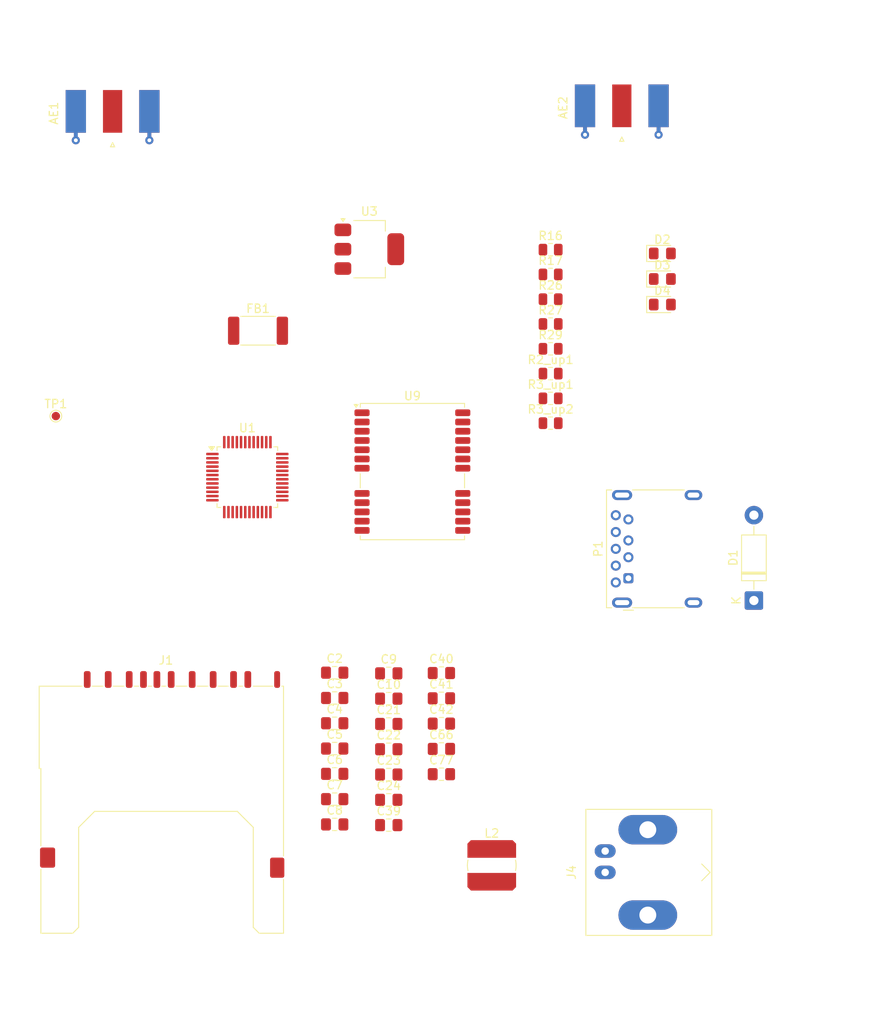
<source format=kicad_pcb>
(kicad_pcb (version 20241229) (generator "pcbnew") (generator_version "9.0")
  (layers (0 "F.Cu" signal) (2 "B.Cu" signal) (13 "F.Paste" user) (15 "B.Paste" user) (5 "F.SilkS" user "F.Silkscreen") (7 "B.SilkS" user "B.Silkscreen") (1 "F.Mask" user) (3 "B.Mask" user) (25 "Edge.Cuts" user))
  (net 0 "")
  (net 1 "+5V")
  (net 2 "Net-(D1-A)")
  (net 3 "USART2_LoRa1_M0")
  (net 6 "3.3V")
  (net 7 "USART2_LoRa1_NRST")
  (net 8 "USART1_GPS_RX")
  (net 14 "USART2_LoRa1_TX")
  (net 15 "USART2_LoRa1_M1")
  (net 18 "SPI1_LoRa2_MISO")
  (net 21 "SPI1_LoRa2_CS")
  (net 25 "Net-(U1-VDDA)")
  (net 26 "USB_DX_D-")
  (net 28 "USART1_GPS_RESET")
  (net 29 "SPI2_SDcard_MOSI")
  (net 30 "SPI2_SDcard_MISO")
  (net 34 "USB_DP_D+")
  (net 37 "SPI2_SDcard_CS")
  (net 38 "SPI1_LoRa2_MOSI")
  (net 39 "USART1_GPS_TX")
  (net 40 "USART2_LoRa1_RX")
  (net 43 "USART2_LoRa1_AUX")
  (net 44 "SPI1_LoRa2_SCK")
  (net 46 "SPI2_SDcard_SCK")
  (net 48 "GND")
  (net 49 "Net-(AE1-A)")
  (net 50 "Net-(AE2-A)")
  (net 51 "Net-(C41-Pad1)")
  (net 52 "Net-(U9-RF_IN)")
  (net 53 "Net-(D2-A)")
  (net 54 "Net-(D3-A)")
  (net 55 "Net-(D4-A)")
  (net 60 "Net-(J4-In)")
  (net 61 "Net-(P1-CC)")
  (net 62 "Net-(U9-TIMEPULSE)")
  (net 63 "Net-(U9-VCC_RF)")
  (net 64 "Net-(U9-SAFEBOOT_N)")
  (footprint "Capacitor_SMD:C_0805_2012Metric_Pad1.18x1.45mm_HandSolder" (layer "F.Cu") (at 164.4804 116.4272)
    (property "Reference" "C5" (at 0 -1.68 0) (layer "F.SilkS"))
    (property "Value" "0.1uF")
    (fp_line (start -0.261252 -0.735) (end 0.261252 -0.735) (stroke (width 0.12)) (layer "F.SilkS"))
    (fp_line (start -0.261252 0.735) (end 0.261252 0.735) (stroke (width 0.12)) (layer "F.SilkS"))
    (pad "1" smd roundrect (at -1.0375 0) (size 1.175 1.45) (layers "F.Cu" "F.Mask" "F.Paste") (roundrect_rratio 0.212766) (net 7 "USART2_LoRa1_NRST"))
    (pad "2" smd roundrect (at 1.0375 0) (size 1.175 1.45) (layers "F.Cu" "F.Mask" "F.Paste") (roundrect_rratio 0.212766) (net 48 "GND"))
  )
  (footprint "LED_SMD:LED_0805_2012Metric_Pad1.15x1.40mm_HandSolder" (layer "F.Cu") (at 203.5048 60.5456)
    (property "Reference" "D3" (at 0 -1.65 0) (layer "F.SilkS"))
    (property "Value" "B_3V3")
    (fp_line (start -1.86 -0.96) (end -1.86 0.96) (stroke (width 0.12)) (layer "F.SilkS"))
    (fp_line (start -1.86 0.96) (end 1 0.96) (stroke (width 0.12)) (layer "F.SilkS"))
    (fp_line (start 1 -0.96) (end -1.86 -0.96) (stroke (width 0.12)) (layer "F.SilkS"))
    (pad "1" smd roundrect (at -1.025 0) (size 1.15 1.4) (layers "F.Cu" "F.Mask" "F.Paste") (roundrect_rratio 0.217391) (net 48 "GND"))
    (pad "2" smd roundrect (at 1.025 0) (size 1.15 1.4) (layers "F.Cu" "F.Mask" "F.Paste") (roundrect_rratio 0.217391) (net 54 "Net-(D3-A)"))
  )
  (footprint "LED_SMD:LED_0805_2012Metric_Pad1.15x1.40mm_HandSolder" (layer "F.Cu") (at 203.5048 57.5056)
    (property "Reference" "D2" (at 0 -1.65 0) (layer "F.SilkS"))
    (property "Value" "G_5V")
    (fp_line (start -1.86 -0.96) (end -1.86 0.96) (stroke (width 0.12)) (layer "F.SilkS"))
    (fp_line (start -1.86 0.96) (end 1 0.96) (stroke (width 0.12)) (layer "F.SilkS"))
    (fp_line (start 1 -0.96) (end -1.86 -0.96) (stroke (width 0.12)) (layer "F.SilkS"))
    (pad "1" smd roundrect (at -1.025 0) (size 1.15 1.4) (layers "F.Cu" "F.Mask" "F.Paste") (roundrect_rratio 0.217391) (net 48 "GND"))
    (pad "2" smd roundrect (at 1.025 0) (size 1.15 1.4) (layers "F.Cu" "F.Mask" "F.Paste") (roundrect_rratio 0.217391) (net 53 "Net-(D2-A)"))
  )
  (footprint "RF_GPS:ublox_NEO" (layer "F.Cu") (at 173.736 83.4644)
    (property "Reference" "U9" (at 0 -9 0) (layer "F.SilkS"))
    (property "Value" "NEO-M9N-00B")
    (fp_line (start -6.21 -8.11) (end -6.21 -7.66) (stroke (width 0.12)) (layer "F.SilkS"))
    (fp_line (start -6.21 -8.11) (end 6.21 -8.11) (stroke (width 0.12)) (layer "F.SilkS"))
    (fp_line (start -6.21 0.26) (end -6.21 1.94) (stroke (width 0.12)) (layer "F.SilkS"))
    (fp_line (start -6.21 7.66) (end -6.21 8.11) (stroke (width 0.12)) (layer "F.SilkS"))
    (fp_line (start -6.21 8.11) (end 6.21 8.11) (stroke (width 0.12)) (layer "F.SilkS"))
    (fp_line (start 6.21 -8.11) (end 6.21 -7.66) (stroke (width 0.12)) (layer "F.SilkS"))
    (fp_line (start 6.21 0.26) (end 6.21 1.94) (stroke (width 0.12)) (layer "F.SilkS"))
    (fp_line (start 6.21 7.66) (end 6.21 8.1) (stroke (width 0.12)) (layer "F.SilkS"))
    (fp_poly (pts (xy -6.7 -7.66) (xy -6.94 -7.99) (xy -6.46 -7.99) (xy -6.7 -7.66)) (stroke (width 0.12)) (fill yes) (layer "F.SilkS"))
    (pad "1" smd roundrect (at -6 -7) (size 1.8 0.8) (layers "F.Cu" "F.Mask" "F.Paste") (net 64 "Net-(U9-SAFEBOOT_N)"))
    (pad "2" smd roundrect (at -6 -5.9) (size 1.8 0.8) (layers "F.Cu" "F.Mask" "F.Paste"))
    (pad "3" smd roundrect (at -6 -4.8) (size 1.8 0.8) (layers "F.Cu" "F.Mask" "F.Paste") (net 62 "Net-(U9-TIMEPULSE)"))
    (pad "4" smd roundrect (at -6 -3.7) (size 1.8 0.8) (layers "F.Cu" "F.Mask" "F.Paste"))
    (pad "5" smd roundrect (at -6 -2.6) (size 1.8 0.8) (layers "F.Cu" "F.Mask" "F.Paste"))
    (pad "6" smd roundrect (at -6 -1.5) (size 1.8 0.8) (layers "F.Cu" "F.Mask" "F.Paste"))
    (pad "7" smd roundrect (at -6 -0.4) (size 1.8 0.8) (layers "F.Cu" "F.Mask" "F.Paste"))
    (pad "8" smd roundrect (at -6 2.6) (size 1.8 0.8) (layers "F.Cu" "F.Mask" "F.Paste") (net 28 "USART1_GPS_RESET"))
    (pad "9" smd roundrect (at -6 3.7) (size 1.8 0.8) (layers "F.Cu" "F.Mask" "F.Paste") (net 63 "Net-(U9-VCC_RF)"))
    (pad "10" smd roundrect (at -6 4.8) (size 1.8 0.8) (layers "F.Cu" "F.Mask" "F.Paste") (net 48 "GND"))
    (pad "11" smd roundrect (at -6 5.9) (size 1.8 0.8) (layers "F.Cu" "F.Mask" "F.Paste") (net 52 "Net-(U9-RF_IN)"))
    (pad "12" smd roundrect (at -6 7) (size 1.8 0.8) (layers "F.Cu" "F.Mask" "F.Paste") (net 48 "GND"))
    (pad "13" smd roundrect (at 6 7) (size 1.8 0.8) (layers "F.Cu" "F.Mask" "F.Paste") (net 48 "GND"))
    (pad "14" smd roundrect (at 6 5.9) (size 1.8 0.8) (layers "F.Cu" "F.Mask" "F.Paste"))
    (pad "15" smd roundrect (at 6 4.8) (size 1.8 0.8) (layers "F.Cu" "F.Mask" "F.Paste"))
    (pad "16" smd roundrect (at 6 3.7) (size 1.8 0.8) (layers "F.Cu" "F.Mask" "F.Paste"))
    (pad "17" smd roundrect (at 6 2.6) (size 1.8 0.8) (layers "F.Cu" "F.Mask" "F.Paste"))
    (pad "18" smd roundrect (at 6 -0.4) (size 1.8 0.8) (layers "F.Cu" "F.Mask" "F.Paste"))
    (pad "19" smd roundrect (at 6 -1.5) (size 1.8 0.8) (layers "F.Cu" "F.Mask" "F.Paste"))
    (pad "20" smd roundrect (at 6 -2.6) (size 1.8 0.8) (layers "F.Cu" "F.Mask" "F.Paste") (net 8 "USART1_GPS_RX"))
    (pad "21" smd roundrect (at 6 -3.7) (size 1.8 0.8) (layers "F.Cu" "F.Mask" "F.Paste") (net 39 "USART1_GPS_TX"))
    (pad "22" smd roundrect (at 6 -4.8) (size 1.8 0.8) (layers "F.Cu" "F.Mask" "F.Paste") (net 6 "3.3V"))
    (pad "23" smd roundrect (at 6 -5.9) (size 1.8 0.8) (layers "F.Cu" "F.Mask" "F.Paste") (net 6 "3.3V"))
    (pad "24" smd roundrect (at 6 -7) (size 1.8 0.8) (layers "F.Cu" "F.Mask" "F.Paste") (net 48 "GND"))
  )
  (footprint "Connector_Coaxial:SMA_Molex_73251-1153_EdgeMount_Horizontal" (layer "F.Cu") (at 138.0236 42.3152 -90)
    (property "Reference" "AE1" (at -1.5 7 90) (layer "F.SilkS"))
    (property "Value" "Antenna")
    (fp_line (start 2.5 0.25) (end 2 0) (stroke (width 0.12)) (layer "F.SilkS"))
    (fp_line (start 2 0) (end 2.5 -0.25) (stroke (width 0.12)) (layer "F.SilkS"))
    (fp_line (start 2.5 -0.25) (end 2.5 0.25) (stroke (width 0.12)) (layer "F.SilkS"))
    (pad "1" smd rect (at -1.72 0 270) (size 5.08 2.29) (layers "F.Cu" "F.Mask" "F.Paste") (net 49 "Net-(AE1-A)"))
    (pad "2" smd rect (at -1.72 -4.38 270) (size 5.08 2.42) (layers "F.Cu" "F.Mask" "F.Paste"))
    (pad "2" smd rect (at -1.72 -4.38 270) (size 5.08 2.42) (layers "B.Cu" "B.Mask" "B.Paste"))
    (pad "2" smd rect (at -1.72 4.38 270) (size 5.08 2.42) (layers "F.Cu" "F.Mask" "F.Paste"))
    (pad "2" smd rect (at -1.72 4.38 270) (size 5.08 2.42) (layers "B.Cu" "B.Mask" "B.Paste"))
    (pad "2" smd rect (at 1.27 -4.38 270) (size 0.95 0.46) (layers "F.Cu"))
    (pad "2" smd rect (at 1.27 -4.38 270) (size 0.95 0.46) (layers "B.Cu"))
    (pad "2" smd rect (at 1.27 4.38 270) (size 0.95 0.46) (layers "F.Cu"))
    (pad "2" smd rect (at 1.27 4.38 270) (size 0.95 0.46) (layers "B.Cu"))
    (pad "2" thru_hole circle (at 1.72 -4.38 270) (size 0.97 0.97) (drill 0.46) (layers "*.Cu"))
    (pad "2" thru_hole circle (at 1.72 4.38 270) (size 0.97 0.97) (drill 0.46) (layers "*.Cu"))
  )
  (footprint "Package_TO_SOT_SMD:SOT-223-3_TabPin2" (layer "F.Cu") (at 168.6052 56.9976)
    (property "Reference" "U3" (at 0 -4.5 0) (layer "F.SilkS"))
    (property "Value" "LD1117S33TR_SOT223")
    (fp_line (start -1.85 -3.41) (end 1.91 -3.41) (stroke (width 0.12)) (layer "F.SilkS"))
    (fp_line (start -1.85 3.41) (end 1.91 3.41) (stroke (width 0.12)) (layer "F.SilkS"))
    (fp_line (start 1.91 -3.41) (end 1.91 -2.15) (stroke (width 0.12)) (layer "F.SilkS"))
    (fp_line (start 1.91 3.41) (end 1.91 2.15) (stroke (width 0.12)) (layer "F.SilkS"))
    (fp_poly (pts (xy -3.13 -3.31) (xy -3.37 -3.64) (xy -2.89 -3.64) (xy -3.13 -3.31)) (stroke (width 0.12)) (fill yes) (layer "F.SilkS"))
    (pad "1" smd roundrect (at -3.15 -2.3) (size 2 1.5) (layers "F.Cu" "F.Mask" "F.Paste") (net 48 "GND"))
    (pad "2" smd roundrect (at -3.15 0) (size 2 1.5) (layers "F.Cu" "F.Mask" "F.Paste") (net 6 "3.3V"))
    (pad "2" smd roundrect (at 3.15 0) (size 2 3.8) (layers "F.Cu" "F.Mask" "F.Paste") (net 6 "3.3V"))
    (pad "3" smd roundrect (at -3.15 2.3) (size 2 1.5) (layers "F.Cu" "F.Mask" "F.Paste") (net 1 "+5V"))
  )
  (footprint "Connector_Card:SD_Kyocera_145638109511859+" (layer "F.Cu") (at 144.3824 120.7068)
    (property "Reference" "J1" (at 0 -14.78 0) (layer "F.SilkS"))
    (property "Value" "SD_Card_Receptacle")
    (fp_line (start -15.1 -11.7) (end -10 -11.7) (stroke (width 0.12)) (layer "F.SilkS"))
    (fp_line (start -15.1 -1.9) (end -15.1 -11.7) (stroke (width 0.12)) (layer "F.SilkS"))
    (fp_line (start -14.9 -1.9) (end -15.1 -1.9) (stroke (width 0.12)) (layer "F.SilkS"))
    (fp_line (start -14.9 -1.9) (end -14.9 7.3) (stroke (width 0.12)) (layer "F.SilkS"))
    (fp_line (start -14.9 10.1) (end -14.9 17.7) (stroke (width 0.12)) (layer "F.SilkS"))
    (fp_line (start -14.9 17.7) (end -11.1 17.7) (stroke (width 0.12)) (layer "F.SilkS"))
    (fp_line (start -10.4 17) (end -11.1 17.7) (stroke (width 0.12)) (layer "F.SilkS"))
    (fp_line (start -10.4 17) (end -10.4 5.1) (stroke (width 0.12)) (layer "F.SilkS"))
    (fp_line (start -8.8 -11.7) (end -7.5 -11.7) (stroke (width 0.12)) (layer "F.SilkS"))
    (fp_line (start -8.5 3.2) (end -10.4 5.1) (stroke (width 0.12)) (layer "F.SilkS"))
    (fp_line (start -6.3 -11.7) (end -5 -11.7) (stroke (width 0.12)) (layer "F.SilkS"))
    (fp_line (start -3.8 -11.7) (end -3.26 -11.7) (stroke (width 0.12)) (layer "F.SilkS"))
    (fp_line (start -2.1 -11.7) (end -1.7 -11.7) (stroke (width 0.12)) (layer "F.SilkS"))
    (fp_line (start -0.5 -11.7) (end 0 -11.7) (stroke (width 0.12)) (layer "F.SilkS"))
    (fp_line (start 1.2 -11.7) (end 2.5 -11.7) (stroke (width 0.12)) (layer "F.SilkS"))
    (fp_line (start 3.7 -11.7) (end 5 -11.7) (stroke (width 0.12)) (layer "F.SilkS"))
    (fp_line (start 6.2 -11.7) (end 7.4 -11.7) (stroke (width 0.12)) (layer "F.SilkS"))
    (fp_line (start 8.5 3.2) (end -8.5 3.2) (stroke (width 0.12)) (layer "F.SilkS"))
    (fp_line (start 8.5 3.2) (end 10.4 5.1) (stroke (width 0.12)) (layer "F.SilkS"))
    (fp_line (start 8.7 -11.7) (end 9.1 -11.7) (stroke (width 0.12)) (layer "F.SilkS"))
    (fp_line (start 10.4 -11.7) (end 12.7 -11.7) (stroke (width 0.12)) (layer "F.SilkS"))
    (fp_line (start 10.4 17) (end 10.4 5.1) (stroke (width 0.12)) (layer "F.SilkS"))
    (fp_line (start 10.4 17) (end 11.1 17.7) (stroke (width 0.12)) (layer "F.SilkS"))
    (fp_line (start 13.8 -11.7) (end 14 -11.7) (stroke (width 0.12)) (layer "F.SilkS"))
    (fp_line (start 14 -11.7) (end 14 8.5) (stroke (width 0.12)) (layer "F.SilkS"))
    (fp_line (start 14 11.3) (end 14 17.7) (stroke (width 0.12)) (layer "F.SilkS"))
    (fp_line (start 14 17.7) (end 11.1 17.7) (stroke (width 0.12)) (layer "F.SilkS"))
    (pad "" np_thru_hole circle (at -12.1 12 180) (size 1.5 1.5) (drill 1.5) (layers "*.Cu" "*.Mask"))
    (pad "" np_thru_hole circle (at 12.1 12 180) (size 1.5 1.5) (drill 1.5) (layers "*.Cu" "*.Mask"))
    (pad "1" smd roundrect (at -6.88 -12.5) (size 0.8 2) (layers "F.Cu" "F.Mask" "F.Paste") (roundrect_rratio 0.313) (net 37 "SPI2_SDcard_CS"))
    (pad "2" smd roundrect (at -4.38 -12.5) (size 0.8 2) (layers "F.Cu" "F.Mask" "F.Paste") (roundrect_rratio 0.313) (net 46 "SPI2_SDcard_SCK"))
    (pad "3" smd roundrect (at -1.08 -12.5) (size 0.8 2) (layers "F.Cu" "F.Mask" "F.Paste") (roundrect_rratio 0.313) (net 48 "GND"))
    (pad "4" smd roundrect (at 0.62 -12.5) (size 0.8 2) (layers "F.Cu" "F.Mask" "F.Paste") (roundrect_rratio 0.313) (net 6 "3.3V"))
    (pad "5" smd roundrect (at 3.12 -12.5) (size 0.8 2) (layers "F.Cu" "F.Mask" "F.Paste") (roundrect_rratio 0.313) (net 29 "SPI2_SDcard_MOSI"))
    (pad "6" smd roundrect (at 5.62 -12.5) (size 0.8 2) (layers "F.Cu" "F.Mask" "F.Paste") (roundrect_rratio 0.313) (net 48 "GND"))
    (pad "7" smd roundrect (at 8.05 -12.5) (size 0.8 2) (layers "F.Cu" "F.Mask" "F.Paste") (roundrect_rratio 0.313) (net 30 "SPI2_SDcard_MISO"))
    (pad "8" smd roundrect (at 9.75 -12.5) (size 0.8 2) (layers "F.Cu" "F.Mask" "F.Paste") (roundrect_rratio 0.313))
    (pad "9" smd roundrect (at -9.38 -12.5) (size 0.8 2) (layers "F.Cu" "F.Mask" "F.Paste") (roundrect_rratio 0.313))
    (pad "10" smd roundrect (at -2.68 -12.5) (size 0.8 2) (layers "F.Cu" "F.Mask" "F.Paste") (roundrect_rratio 0.313))
    (pad "11" smd roundrect (at 13.24 -12.5) (size 0.7 2) (layers "F.Cu" "F.Mask" "F.Paste") (roundrect_rratio 0.357))
    (pad "12" smd roundrect (at 13.25 9.9) (size 1.7 2.4) (layers "F.Cu" "F.Mask" "F.Paste") (roundrect_rratio 0.147) (net 48 "GND"))
    (pad "13" smd roundrect (at -14.1 8.7) (size 1.8 2.4) (layers "F.Cu" "F.Mask" "F.Paste") (roundrect_rratio 0.139) (net 48 "GND"))
  )
  (footprint "Capacitor_SMD:C_0805_2012Metric_Pad1.18x1.45mm_HandSolder" (layer "F.Cu") (at 170.9205 122.5296)
    (property "Reference" "C24" (at 0 -1.68 0) (layer "F.SilkS"))
    (property "Value" "47u")
    (fp_line (start -0.261252 -0.735) (end 0.261252 -0.735) (stroke (width 0.12)) (layer "F.SilkS"))
    (fp_line (start -0.261252 0.735) (end 0.261252 0.735) (stroke (width 0.12)) (layer "F.SilkS"))
    (pad "1" smd roundrect (at -1.0375 0) (size 1.175 1.45) (layers "F.Cu" "F.Mask" "F.Paste") (roundrect_rratio 0.212766) (net 6 "3.3V"))
    (pad "2" smd roundrect (at 1.0375 0) (size 1.175 1.45) (layers "F.Cu" "F.Mask" "F.Paste") (roundrect_rratio 0.212766) (net 48 "GND"))
  )
  (footprint "Capacitor_SMD:C_0805_2012Metric_Pad1.18x1.45mm_HandSolder" (layer "F.Cu") (at 170.9205 113.4996)
    (property "Reference" "C21" (at 0 -1.68 0) (layer "F.SilkS"))
    (property "Value" "100n")
    (fp_line (start -0.261252 -0.735) (end 0.261252 -0.735) (stroke (width 0.12)) (layer "F.SilkS"))
    (fp_line (start -0.261252 0.735) (end 0.261252 0.735) (stroke (width 0.12)) (layer "F.SilkS"))
    (pad "1" smd roundrect (at -1.0375 0) (size 1.175 1.45) (layers "F.Cu" "F.Mask" "F.Paste") (roundrect_rratio 0.212766) (net 6 "3.3V"))
    (pad "2" smd roundrect (at 1.0375 0) (size 1.175 1.45) (layers "F.Cu" "F.Mask" "F.Paste") (roundrect_rratio 0.212766) (net 48 "GND"))
  )
  (footprint "Resistor_SMD:R_0805_2012Metric" (layer "F.Cu") (at 190.198 77.7024)
    (property "Reference" "R3_up2" (at 0 -1.65 0) (layer "F.SilkS"))
    (property "Value" "10k")
    (fp_line (start -0.227064 -0.735) (end 0.227064 -0.735) (stroke (width 0.12)) (layer "F.SilkS"))
    (fp_line (start -0.227064 0.735) (end 0.227064 0.735) (stroke (width 0.12)) (layer "F.SilkS"))
    (pad "1" smd roundrect (at -0.9125 0) (size 1.025 1.4) (layers "F.Cu" "F.Mask" "F.Paste") (roundrect_rratio 0.243902) (net 6 "3.3V"))
    (pad "2" smd roundrect (at 0.9125 0) (size 1.025 1.4) (layers "F.Cu" "F.Mask" "F.Paste") (roundrect_rratio 0.243902) (net 7 "USART2_LoRa1_NRST"))
  )
  (footprint "Capacitor_SMD:C_0805_2012Metric_Pad1.18x1.45mm_HandSolder" (layer "F.Cu") (at 177.1904 119.482)
    (property "Reference" "C77" (at 0 -1.68 0) (layer "F.SilkS"))
    (property "Value" "1u")
    (fp_line (start -0.261252 -0.735) (end 0.261252 -0.735) (stroke (width 0.12)) (layer "F.SilkS"))
    (fp_line (start -0.261252 0.735) (end 0.261252 0.735) (stroke (width 0.12)) (layer "F.SilkS"))
    (pad "1" smd roundrect (at -1.0375 0) (size 1.175 1.45) (layers "F.Cu" "F.Mask" "F.Paste") (roundrect_rratio 0.212766) (net 25 "Net-(U1-VDDA)"))
    (pad "2" smd roundrect (at 1.0375 0) (size 1.175 1.45) (layers "F.Cu" "F.Mask" "F.Paste") (roundrect_rratio 0.212766) (net 48 "GND"))
  )
  (footprint "Resistor_SMD:R_0805_2012Metric" (layer "F.Cu") (at 190.198 57.0524)
    (property "Reference" "R16" (at 0 -1.65 0) (layer "F.SilkS"))
    (property "Value" "1k")
    (fp_line (start -0.227064 -0.735) (end 0.227064 -0.735) (stroke (width 0.12)) (layer "F.SilkS"))
    (fp_line (start -0.227064 0.735) (end 0.227064 0.735) (stroke (width 0.12)) (layer "F.SilkS"))
    (pad "1" smd roundrect (at -0.9125 0) (size 1.025 1.4) (layers "F.Cu" "F.Mask" "F.Paste") (roundrect_rratio 0.243902) (net 53 "Net-(D2-A)"))
    (pad "2" smd roundrect (at 0.9125 0) (size 1.025 1.4) (layers "F.Cu" "F.Mask" "F.Paste") (roundrect_rratio 0.243902) (net 1 "+5V"))
  )
  (footprint "Package_QFP:LQFP-48_7x7mm_P0.5mm" (layer "F.Cu") (at 154.0764 84.1248)
    (property "Reference" "U1" (at 0 -5.85 0) (layer "F.SilkS"))
    (property "Value" "STM32F103C8Tx")
    (fp_line (start -3.61 -3.61) (end -3.16 -3.61) (stroke (width 0.12)) (layer "F.SilkS"))
    (fp_line (start -3.61 -3.16) (end -3.61 -3.61) (stroke (width 0.12)) (layer "F.SilkS"))
    (fp_line (start -3.61 3.61) (end -3.61 3.16) (stroke (width 0.12)) (layer "F.SilkS"))
    (fp_line (start -3.16 3.61) (end -3.61 3.61) (stroke (width 0.12)) (layer "F.SilkS"))
    (fp_line (start 3.16 -3.61) (end 3.61 -3.61) (stroke (width 0.12)) (layer "F.SilkS"))
    (fp_line (start 3.61 -3.61) (end 3.61 -3.16) (stroke (width 0.12)) (layer "F.SilkS"))
    (fp_line (start 3.61 3.16) (end 3.61 3.61) (stroke (width 0.12)) (layer "F.SilkS"))
    (fp_line (start 3.61 3.61) (end 3.16 3.61) (stroke (width 0.12)) (layer "F.SilkS"))
    (fp_poly (pts (xy -4.25 -3.16) (xy -4.59 -3.63) (xy -3.91 -3.63)) (stroke (width 0.12)) (fill yes) (layer "F.SilkS"))
    (pad "1" smd roundrect (at -4.1625 -2.75) (size 1.475 0.3) (layers "F.Cu" "F.Mask" "F.Paste") (net 6 "3.3V"))
    (pad "2" smd roundrect (at -4.1625 -2.25) (size 1.475 0.3) (layers "F.Cu" "F.Mask" "F.Paste"))
    (pad "3" smd roundrect (at -4.1625 -1.75) (size 1.475 0.3) (layers "F.Cu" "F.Mask" "F.Paste"))
    (pad "4" smd roundrect (at -4.1625 -1.25) (size 1.475 0.3) (layers "F.Cu" "F.Mask" "F.Paste"))
    (pad "5" smd roundrect (at -4.1625 -0.75) (size 1.475 0.3) (layers "F.Cu" "F.Mask" "F.Paste"))
    (pad "6" smd roundrect (at -4.1625 -0.25) (size 1.475 0.3) (layers "F.Cu" "F.Mask" "F.Paste"))
    (pad "7" smd roundrect (at -4.1625 0.25) (size 1.475 0.3) (layers "F.Cu" "F.Mask" "F.Paste"))
    (pad "8" smd roundrect (at -4.1625 0.75) (size 1.475 0.3) (layers "F.Cu" "F.Mask" "F.Paste"))
    (pad "9" smd roundrect (at -4.1625 1.25) (size 1.475 0.3) (layers "F.Cu" "F.Mask" "F.Paste") (net 25 "Net-(U1-VDDA)"))
    (pad "10" smd roundrect (at -4.1625 1.75) (size 1.475 0.3) (layers "F.Cu" "F.Mask" "F.Paste"))
    (pad "11" smd roundrect (at -4.1625 2.25) (size 1.475 0.3) (layers "F.Cu" "F.Mask" "F.Paste"))
    (pad "12" smd roundrect (at -4.1625 2.75) (size 1.475 0.3) (layers "F.Cu" "F.Mask" "F.Paste") (net 40 "USART2_LoRa1_RX"))
    (pad "13" smd roundrect (at -2.75 4.1625) (size 0.3 1.475) (layers "F.Cu" "F.Mask" "F.Paste") (net 14 "USART2_LoRa1_TX"))
    (pad "14" smd roundrect (at -2.25 4.1625) (size 0.3 1.475) (layers "F.Cu" "F.Mask" "F.Paste") (net 43 "USART2_LoRa1_AUX"))
    (pad "15" smd roundrect (at -1.75 4.1625) (size 0.3 1.475) (layers "F.Cu" "F.Mask" "F.Paste") (net 44 "SPI1_LoRa2_SCK"))
    (pad "16" smd roundrect (at -1.25 4.1625) (size 0.3 1.475) (layers "F.Cu" "F.Mask" "F.Paste") (net 18 "SPI1_LoRa2_MISO"))
    (pad "17" smd roundrect (at -0.75 4.1625) (size 0.3 1.475) (layers "F.Cu" "F.Mask" "F.Paste") (net 38 "SPI1_LoRa2_MOSI"))
    (pad "18" smd roundrect (at -0.25 4.1625) (size 0.3 1.475) (layers "F.Cu" "F.Mask" "F.Paste") (net 7 "USART2_LoRa1_NRST"))
    (pad "19" smd roundrect (at 0.25 4.1625) (size 0.3 1.475) (layers "F.Cu" "F.Mask" "F.Paste") (net 3 "USART2_LoRa1_M0"))
    (pad "20" smd roundrect (at 0.75 4.1625) (size 0.3 1.475) (layers "F.Cu" "F.Mask" "F.Paste") (net 15 "USART2_LoRa1_M1"))
    (pad "21" smd roundrect (at 1.25 4.1625) (size 0.3 1.475) (layers "F.Cu" "F.Mask" "F.Paste") (net 37 "SPI2_SDcard_CS"))
    (pad "22" smd roundrect (at 1.75 4.1625) (size 0.3 1.475) (layers "F.Cu" "F.Mask" "F.Paste") (net 28 "USART1_GPS_RESET"))
    (pad "23" smd roundrect (at 2.25 4.1625) (size 0.3 1.475) (layers "F.Cu" "F.Mask" "F.Paste"))
    (pad "24" smd roundrect (at 2.75 4.1625) (size 0.3 1.475) (layers "F.Cu" "F.Mask" "F.Paste") (net 6 "3.3V"))
    (pad "25" smd roundrect (at 4.1625 2.75) (size 1.475 0.3) (layers "F.Cu" "F.Mask" "F.Paste"))
    (pad "26" smd roundrect (at 4.1625 2.25) (size 1.475 0.3) (layers "F.Cu" "F.Mask" "F.Paste") (net 29 "SPI2_SDcard_MOSI"))
    (pad "27" smd roundrect (at 4.1625 1.75) (size 1.475 0.3) (layers "F.Cu" "F.Mask" "F.Paste") (net 30 "SPI2_SDcard_MISO"))
    (pad "28" smd roundrect (at 4.1625 1.25) (size 1.475 0.3) (layers "F.Cu" "F.Mask" "F.Paste") (net 46 "SPI2_SDcard_SCK"))
    (pad "29" smd roundrect (at 4.1625 0.75) (size 1.475 0.3) (layers "F.Cu" "F.Mask" "F.Paste") (net 21 "SPI1_LoRa2_CS"))
    (pad "30" smd roundrect (at 4.1625 0.25) (size 1.475 0.3) (layers "F.Cu" "F.Mask" "F.Paste") (net 39 "USART1_GPS_TX"))
    (pad "31" smd roundrect (at 4.1625 -0.25) (size 1.475 0.3) (layers "F.Cu" "F.Mask" "F.Paste") (net 8 "USART1_GPS_RX"))
    (pad "32" smd roundrect (at 4.1625 -0.75) (size 1.475 0.3) (layers "F.Cu" "F.Mask" "F.Paste") (net 26 "USB_DX_D-"))
    (pad "33" smd roundrect (at 4.1625 -1.25) (size 1.475 0.3) (layers "F.Cu" "F.Mask" "F.Paste") (net 34 "USB_DP_D+"))
    (pad "34" smd roundrect (at 4.1625 -1.75) (size 1.475 0.3) (layers "F.Cu" "F.Mask" "F.Paste"))
    (pad "35" smd roundrect (at 4.1625 -2.25) (size 1.475 0.3) (layers "F.Cu" "F.Mask" "F.Paste"))
    (pad "36" smd roundrect (at 4.1625 -2.75) (size 1.475 0.3) (layers "F.Cu" "F.Mask" "F.Paste") (net 6 "3.3V"))
    (pad "37" smd roundrect (at 2.75 -4.1625) (size 0.3 1.475) (layers "F.Cu" "F.Mask" "F.Paste"))
    (pad "38" smd roundrect (at 2.25 -4.1625) (size 0.3 1.475) (layers "F.Cu" "F.Mask" "F.Paste"))
    (pad "39" smd roundrect (at 1.75 -4.1625) (size 0.3 1.475) (layers "F.Cu" "F.Mask" "F.Paste"))
    (pad "40" smd roundrect (at 1.25 -4.1625) (size 0.3 1.475) (layers "F.Cu" "F.Mask" "F.Paste"))
    (pad "41" smd roundrect (at 0.75 -4.1625) (size 0.3 1.475) (layers "F.Cu" "F.Mask" "F.Paste"))
    (pad "42" smd roundrect (at 0.25 -4.1625) (size 0.3 1.475) (layers "F.Cu" "F.Mask" "F.Paste"))
    (pad "43" smd roundrect (at -0.25 -4.1625) (size 0.3 1.475) (layers "F.Cu" "F.Mask" "F.Paste"))
    (pad "44" smd roundrect (at -0.75 -4.1625) (size 0.3 1.475) (layers "F.Cu" "F.Mask" "F.Paste"))
    (pad "45" smd roundrect (at -1.25 -4.1625) (size 0.3 1.475) (layers "F.Cu" "F.Mask" "F.Paste"))
    (pad "46" smd roundrect (at -1.75 -4.1625) (size 0.3 1.475) (layers "F.Cu" "F.Mask" "F.Paste"))
    (pad "47" smd roundrect (at -2.25 -4.1625) (size 0.3 1.475) (layers "F.Cu" "F.Mask" "F.Paste"))
    (pad "48" smd roundrect (at -2.75 -4.1625) (size 0.3 1.475) (layers "F.Cu" "F.Mask" "F.Paste") (net 6 "3.3V"))
  )
  (footprint "Capacitor_SMD:C_0805_2012Metric_Pad1.18x1.45mm_HandSolder" (layer "F.Cu") (at 177.1904 110.452)
    (property "Reference" "C41" (at 0 -1.68 0) (layer "F.SilkS"))
    (property "Value" "NC")
    (fp_line (start -0.261252 -0.735) (end 0.261252 -0.735) (stroke (width 0.12)) (layer "F.SilkS"))
    (fp_line (start -0.261252 0.735) (end 0.261252 0.735) (stroke (width 0.12)) (layer "F.SilkS"))
    (pad "1" smd roundrect (at -1.0375 0) (size 1.175 1.45) (layers "F.Cu" "F.Mask" "F.Paste") (roundrect_rratio 0.212766) (net 51 "Net-(C41-Pad1)"))
    (pad "2" smd roundrect (at 1.0375 0) (size 1.175 1.45) (layers "F.Cu" "F.Mask" "F.Paste") (roundrect_rratio 0.212766) (net 48 "GND"))
  )
  (footprint "Capacitor_SMD:C_0805_2012Metric_Pad1.18x1.45mm_HandSolder" (layer "F.Cu") (at 177.1904 116.472)
    (property "Reference" "C66" (at 0 -1.68 0) (layer "F.SilkS"))
    (property "Value" "100n")
    (fp_line (start -0.261252 -0.735) (end 0.261252 -0.735) (stroke (width 0.12)) (layer "F.SilkS"))
    (fp_line (start -0.261252 0.735) (end 0.261252 0.735) (stroke (width 0.12)) (layer "F.SilkS"))
    (pad "1" smd roundrect (at -1.0375 0) (size 1.175 1.45) (layers "F.Cu" "F.Mask" "F.Paste") (roundrect_rratio 0.212766) (net 25 "Net-(U1-VDDA)"))
    (pad "2" smd roundrect (at 1.0375 0) (size 1.175 1.45) (layers "F.Cu" "F.Mask" "F.Paste") (roundrect_rratio 0.212766) (net 48 "GND"))
  )
  (footprint "Diode_THT:D_DO-41_SOD81_P10.16mm_Horizontal" (layer "F.Cu") (at 214.4144 98.8092 90)
    (property "Reference" "D1" (at 5.08 -2.47 90) (layer "F.SilkS"))
    (property "Value" "SB120")
    (fp_line (start 3.38 -1.47) (end 3.38 1.47) (stroke (width 0.12)) (layer "F.SilkS"))
    (fp_line (start 3.26 -1.47) (end 3.26 1.47) (stroke (width 0.12)) (layer "F.SilkS"))
    (fp_line (start 3.14 -1.47) (end 3.14 1.47) (stroke (width 0.12)) (layer "F.SilkS"))
    (fp_line (start 8.82 0) (end 7.8 0) (stroke (width 0.12)) (layer "F.SilkS"))
    (fp_line (start 1.34 0) (end 2.36 0) (stroke (width 0.12)) (layer "F.SilkS"))
    (fp_rect (start 2.36 -1.47) (end 7.8 1.47) (stroke (width 0.12)) (fill no) (layer "F.SilkS"))
    (fp_text user "K" (at 0 -2.1 90) (layer "F.SilkS"))
    (pad "1" thru_hole roundrect (at 0 0 90) (size 2.2 2.2) (drill 1.1) (layers "*.Cu" "*.Mask") (roundrect_rratio 0.113636) (net 1 "+5V"))
    (pad "2" thru_hole circle (at 10.16 0 90) (size 2.2 2.2) (drill 1.1) (layers "*.Cu" "*.Mask") (net 2 "Net-(D1-A)"))
  )
  (footprint "Capacitor_SMD:C_0805_2012Metric_Pad1.18x1.45mm_HandSolder" (layer "F.Cu") (at 170.9205 116.5096)
    (property "Reference" "C22" (at 0 -1.68 0) (layer "F.SilkS"))
    (property "Value" "47u")
    (fp_line (start -0.261252 -0.735) (end 0.261252 -0.735) (stroke (width 0.12)) (layer "F.SilkS"))
    (fp_line (start -0.261252 0.735) (end 0.261252 0.735) (stroke (width 0.12)) (layer "F.SilkS"))
    (pad "1" smd roundrect (at -1.0375 0) (size 1.175 1.45) (layers "F.Cu" "F.Mask" "F.Paste") (roundrect_rratio 0.212766) (net 6 "3.3V"))
    (pad "2" smd roundrect (at 1.0375 0) (size 1.175 1.45) (layers "F.Cu" "F.Mask" "F.Paste") (roundrect_rratio 0.212766) (net 48 "GND"))
  )
  (footprint "Capacitor_SMD:C_0805_2012Metric_Pad1.18x1.45mm_HandSolder" (layer "F.Cu") (at 164.4804 113.4172)
    (property "Reference" "C4" (at 0 -1.68 0) (layer "F.SilkS"))
    (property "Value" "0.1uF")
    (fp_line (start -0.261252 -0.735) (end 0.261252 -0.735) (stroke (width 0.12)) (layer "F.SilkS"))
    (fp_line (start -0.261252 0.735) (end 0.261252 0.735) (stroke (width 0.12)) (layer "F.SilkS"))
    (pad "1" smd roundrect (at -1.0375 0) (size 1.175 1.45) (layers "F.Cu" "F.Mask" "F.Paste") (roundrect_rratio 0.212766) (net 6 "3.3V"))
    (pad "2" smd roundrect (at 1.0375 0) (size 1.175 1.45) (layers "F.Cu" "F.Mask" "F.Paste") (roundrect_rratio 0.212766) (net 48 "GND"))
  )
  (footprint "Resistor_SMD:R_0805_2012Metric" (layer "F.Cu") (at 190.198 68.8524)
    (property "Reference" "R29" (at 0 -1.65 0) (layer "F.SilkS"))
    (property "Value" "10k")
    (fp_line (start -0.227064 -0.735) (end 0.227064 -0.735) (stroke (width 0.12)) (layer "F.SilkS"))
    (fp_line (start -0.227064 0.735) (end 0.227064 0.735) (stroke (width 0.12)) (layer "F.SilkS"))
    (pad "1" smd roundrect (at -0.9125 0) (size 1.025 1.4) (layers "F.Cu" "F.Mask" "F.Paste") (roundrect_rratio 0.243902) (net 6 "3.3V"))
    (pad "2" smd roundrect (at 0.9125 0) (size 1.025 1.4) (layers "F.Cu" "F.Mask" "F.Paste") (roundrect_rratio 0.243902) (net 28 "USART1_GPS_RESET"))
  )
  (footprint "Inductor_SMD:L_Bourns_SDR0604" (layer "F.Cu") (at 183.1893 130.328)
    (property "Reference" "L2" (at 0 -3.81 0) (layer "F.SilkS"))
    (property "Value" "short")
    (fp_arc (start -2.9 0) (mid -2.883018 -0.313385) (end -2.832269 -0.623099) (stroke (width 0.12)) (layer "F.SilkS"))
    (fp_arc (start -2.831919 0.624688) (mid -2.88293 0.314193) (end -2.9 0) (stroke (width 0.12)) (layer "F.SilkS"))
    (fp_arc (start 2.832559 -0.621781) (mid 2.883091 -0.312714) (end 2.9 0) (stroke (width 0.12)) (layer "F.SilkS"))
    (fp_arc (start 2.9 0) (mid 2.882818 0.3166) (end 2.831472 0.62948) (stroke (width 0.12)) (layer "F.SilkS"))
    (pad "1" smd roundrect (at 0 -1.95) (size 5.8 2.1) (layers "F.Cu" "F.Mask" "F.Paste") (roundrect_rratio 0) (chamfer_ratio 0.2) (chamfer top_left top_right) (net 60 "Net-(J4-In)"))
    (pad "2" smd roundrect (at 0 1.95 180) (size 5.8 2.1) (layers "F.Cu" "F.Mask" "F.Paste") (roundrect_rratio 0) (chamfer_ratio 0.2) (chamfer top_left top_right) (net 51 "Net-(C41-Pad1)"))
  )
  (footprint "Capacitor_SMD:C_0805_2012Metric_Pad1.18x1.45mm_HandSolder" (layer "F.Cu") (at 170.9205 119.5196)
    (property "Reference" "C23" (at 0 -1.68 0) (layer "F.SilkS"))
    (property "Value" "100n")
    (fp_line (start -0.261252 -0.735) (end 0.261252 -0.735) (stroke (width 0.12)) (layer "F.SilkS"))
    (fp_line (start -0.261252 0.735) (end 0.261252 0.735) (stroke (width 0.12)) (layer "F.SilkS"))
    (pad "1" smd roundrect (at -1.0375 0) (size 1.175 1.45) (layers "F.Cu" "F.Mask" "F.Paste") (roundrect_rratio 0.212766) (net 1 "+5V"))
    (pad "2" smd roundrect (at 1.0375 0) (size 1.175 1.45) (layers "F.Cu" "F.Mask" "F.Paste") (roundrect_rratio 0.212766) (net 48 "GND"))
  )
  (footprint "Capacitor_SMD:C_0805_2012Metric_Pad1.18x1.45mm_HandSolder" (layer "F.Cu") (at 177.1904 107.442)
    (property "Reference" "C40" (at 0 -1.68 0) (layer "F.SilkS"))
    (property "Value" "100n")
    (fp_line (start -0.261252 -0.735) (end 0.261252 -0.735) (stroke (width 0.12)) (layer "F.SilkS"))
    (fp_line (start -0.261252 0.735) (end 0.261252 0.735) (stroke (width 0.12)) (layer "F.SilkS"))
    (pad "1" smd roundrect (at -1.0375 0) (size 1.175 1.45) (layers "F.Cu" "F.Mask" "F.Paste") (roundrect_rratio 0.212766) (net 6 "3.3V"))
    (pad "2" smd roundrect (at 1.0375 0) (size 1.175 1.45) (layers "F.Cu" "F.Mask" "F.Paste") (roundrect_rratio 0.212766) (net 48 "GND"))
  )
  (footprint "Resistor_SMD:R_0805_2012Metric" (layer "F.Cu") (at 190.198 65.9024)
    (property "Reference" "R27" (at 0 -1.65 0) (layer "F.SilkS"))
    (property "Value" "NC")
    (fp_line (start -0.227064 -0.735) (end 0.227064 -0.735) (stroke (width 0.12)) (layer "F.SilkS"))
    (fp_line (start -0.227064 0.735) (end 0.227064 0.735) (stroke (width 0.12)) (layer "F.SilkS"))
    (pad "1" smd roundrect (at -0.9125 0) (size 1.025 1.4) (layers "F.Cu" "F.Mask" "F.Paste") (roundrect_rratio 0.243902) (net 51 "Net-(C41-Pad1)"))
    (pad "2" smd roundrect (at 0.9125 0) (size 1.025 1.4) (layers "F.Cu" "F.Mask" "F.Paste") (roundrect_rratio 0.243902) (net 63 "Net-(U9-VCC_RF)"))
  )
  (footprint "Resistor_SMD:R_0805_2012Metric" (layer "F.Cu") (at 190.198 60.0024)
    (property "Reference" "R17" (at 0 -1.65 0) (layer "F.SilkS"))
    (property "Value" "1k")
    (fp_line (start -0.227064 -0.735) (end 0.227064 -0.735) (stroke (width 0.12)) (layer "F.SilkS"))
    (fp_line (start -0.227064 0.735) (end 0.227064 0.735) (stroke (width 0.12)) (layer "F.SilkS"))
    (pad "1" smd roundrect (at -0.9125 0) (size 1.025 1.4) (layers "F.Cu" "F.Mask" "F.Paste") (roundrect_rratio 0.243902) (net 54 "Net-(D3-A)"))
    (pad "2" smd roundrect (at 0.9125 0) (size 1.025 1.4) (layers "F.Cu" "F.Mask" "F.Paste") (roundrect_rratio 0.243902) (net 6 "3.3V"))
  )
  (footprint "Capacitor_SMD:C_0805_2012Metric_Pad1.18x1.45mm_HandSolder" (layer "F.Cu") (at 164.4804 119.4372)
    (property "Reference" "C6" (at 0 -1.68 0) (layer "F.SilkS"))
    (property "Value" "10u")
    (fp_line (start -0.261252 -0.735) (end 0.261252 -0.735) (stroke (width 0.12)) (layer "F.SilkS"))
    (fp_line (start -0.261252 0.735) (end 0.261252 0.735) (stroke (width 0.12)) (layer "F.SilkS"))
    (pad "1" smd roundrect (at -1.0375 0) (size 1.175 1.45) (layers "F.Cu" "F.Mask" "F.Paste") (roundrect_rratio 0.212766) (net 6 "3.3V"))
    (pad "2" smd roundrect (at 1.0375 0) (size 1.175 1.45) (layers "F.Cu" "F.Mask" "F.Paste") (roundrect_rratio 0.212766) (net 48 "GND"))
  )
  (footprint "Resistor_SMD:R_0805_2012Metric" (layer "F.Cu") (at 190.198 71.8024)
    (property "Reference" "R2_up1" (at 0 -1.65 0) (layer "F.SilkS"))
    (property "Value" "10k")
    (fp_line (start -0.227064 -0.735) (end 0.227064 -0.735) (stroke (width 0.12)) (layer "F.SilkS"))
    (fp_line (start -0.227064 0.735) (end 0.227064 0.735) (stroke (width 0.12)) (layer "F.SilkS"))
    (pad "1" smd roundrect (at -0.9125 0) (size 1.025 1.4) (layers "F.Cu" "F.Mask" "F.Paste") (roundrect_rratio 0.243902) (net 6 "3.3V"))
    (pad "2" smd roundrect (at 0.9125 0) (size 1.025 1.4) (layers "F.Cu" "F.Mask" "F.Paste") (roundrect_rratio 0.243902) (net 37 "SPI2_SDcard_CS"))
  )
  (footprint "Capacitor_SMD:C_0805_2012Metric_Pad1.18x1.45mm_HandSolder" (layer "F.Cu") (at 164.4804 107.3972)
    (property "Reference" "C2" (at 0 -1.68 0) (layer "F.SilkS"))
    (property "Value" "0.1uF")
    (fp_line (start -0.261252 -0.735) (end 0.261252 -0.735) (stroke (width 0.12)) (layer "F.SilkS"))
    (fp_line (start -0.261252 0.735) (end 0.261252 0.735) (stroke (width 0.12)) (layer "F.SilkS"))
    (pad "1" smd roundrect (at -1.0375 0) (size 1.175 1.45) (layers "F.Cu" "F.Mask" "F.Paste") (roundrect_rratio 0.212766) (net 6 "3.3V"))
    (pad "2" smd roundrect (at 1.0375 0) (size 1.175 1.45) (layers "F.Cu" "F.Mask" "F.Paste") (roundrect_rratio 0.212766) (net 48 "GND"))
  )
  (footprint "Resistor_SMD:R_0805_2012Metric" (layer "F.Cu") (at 190.198 74.7524)
    (property "Reference" "R3_up1" (at 0 -1.65 0) (layer "F.SilkS"))
    (property "Value" "10k")
    (fp_line (start -0.227064 -0.735) (end 0.227064 -0.735) (stroke (width 0.12)) (layer "F.SilkS"))
    (fp_line (start -0.227064 0.735) (end 0.227064 0.735) (stroke (width 0.12)) (layer "F.SilkS"))
    (pad "1" smd roundrect (at -0.9125 0) (size 1.025 1.4) (layers "F.Cu" "F.Mask" "F.Paste") (roundrect_rratio 0.243902) (net 61 "Net-(P1-CC)"))
    (pad "2" smd roundrect (at 0.9125 0) (size 1.025 1.4) (layers "F.Cu" "F.Mask" "F.Paste") (roundrect_rratio 0.243902) (net 48 "GND"))
  )
  (footprint "Capacitor_SMD:C_0805_2012Metric_Pad1.18x1.45mm_HandSolder" (layer "F.Cu") (at 164.4804 122.4472)
    (property "Reference" "C7" (at 0 -1.68 0) (layer "F.SilkS"))
    (property "Value" "100n")
    (fp_line (start -0.261252 -0.735) (end 0.261252 -0.735) (stroke (width 0.12)) (layer "F.SilkS"))
    (fp_line (start -0.261252 0.735) (end 0.261252 0.735) (stroke (width 0.12)) (layer "F.SilkS"))
    (pad "1" smd roundrect (at -1.0375 0) (size 1.175 1.45) (layers "F.Cu" "F.Mask" "F.Paste") (roundrect_rratio 0.212766) (net 6 "3.3V"))
    (pad "2" smd roundrect (at 1.0375 0) (size 1.175 1.45) (layers "F.Cu" "F.Mask" "F.Paste") (roundrect_rratio 0.212766) (net 48 "GND"))
  )
  (footprint "Capacitor_SMD:C_0805_2012Metric_Pad1.18x1.45mm_HandSolder" (layer "F.Cu") (at 164.4804 125.4572)
    (property "Reference" "C8" (at 0 -1.68 0) (layer "F.SilkS"))
    (property "Value" "100n")
    (fp_line (start -0.261252 -0.735) (end 0.261252 -0.735) (stroke (width 0.12)) (layer "F.SilkS"))
    (fp_line (start -0.261252 0.735) (end 0.261252 0.735) (stroke (width 0.12)) (layer "F.SilkS"))
    (pad "1" smd roundrect (at -1.0375 0) (size 1.175 1.45) (layers "F.Cu" "F.Mask" "F.Paste") (roundrect_rratio 0.212766) (net 6 "3.3V"))
    (pad "2" smd roundrect (at 1.0375 0) (size 1.175 1.45) (layers "F.Cu" "F.Mask" "F.Paste") (roundrect_rratio 0.212766) (net 48 "GND"))
  )
  (footprint "Capacitor_SMD:C_0805_2012Metric_Pad1.18x1.45mm_HandSolder" (layer "F.Cu") (at 177.1904 113.462)
    (property "Reference" "C42" (at 0 -1.68 0) (layer "F.SilkS"))
    (property "Value" "100p")
    (fp_line (start -0.261252 -0.735) (end 0.261252 -0.735) (stroke (width 0.12)) (layer "F.SilkS"))
    (fp_line (start -0.261252 0.735) (end 0.261252 0.735) (stroke (width 0.12)) (layer "F.SilkS"))
    (pad "1" smd roundrect (at -1.0375 0) (size 1.175 1.45) (layers "F.Cu" "F.Mask" "F.Paste") (roundrect_rratio 0.212766) (net 51 "Net-(C41-Pad1)"))
    (pad "2" smd roundrect (at 1.0375 0) (size 1.175 1.45) (layers "F.Cu" "F.Mask" "F.Paste") (roundrect_rratio 0.212766) (net 52 "Net-(U9-RF_IN)"))
  )
  (footprint "Capacitor_SMD:C_0805_2012Metric_Pad1.18x1.45mm_HandSolder" (layer "F.Cu") (at 170.9205 125.5396)
    (property "Reference" "C39" (at 0 -1.68 0) (layer "F.SilkS"))
    (property "Value" "10u")
    (fp_line (start -0.261252 -0.735) (end 0.261252 -0.735) (stroke (width 0.12)) (layer "F.SilkS"))
    (fp_line (start -0.261252 0.735) (end 0.261252 0.735) (stroke (width 0.12)) (layer "F.SilkS"))
    (pad "1" smd roundrect (at -1.0375 0) (size 1.175 1.45) (layers "F.Cu" "F.Mask" "F.Paste") (roundrect_rratio 0.212766) (net 6 "3.3V"))
    (pad "2" smd roundrect (at 1.0375 0) (size 1.175 1.45) (layers "F.Cu" "F.Mask" "F.Paste") (roundrect_rratio 0.212766) (net 48 "GND"))
  )
  (footprint "Capacitor_SMD:C_0805_2012Metric_Pad1.18x1.45mm_HandSolder" (layer "F.Cu") (at 170.9205 107.4796)
    (property "Reference" "C9" (at 0 -1.68 0) (layer "F.SilkS"))
    (property "Value" "100n")
    (fp_line (start -0.261252 -0.735) (end 0.261252 -0.735) (stroke (width 0.12)) (layer "F.SilkS"))
    (fp_line (start -0.261252 0.735) (end 0.261252 0.735) (stroke (width 0.12)) (layer "F.SilkS"))
    (pad "1" smd roundrect (at -1.0375 0) (size 1.175 1.45) (layers "F.Cu" "F.Mask" "F.Paste") (roundrect_rratio 0.212766) (net 6 "3.3V"))
    (pad "2" smd roundrect (at 1.0375 0) (size 1.175 1.45) (layers "F.Cu" "F.Mask" "F.Paste") (roundrect_rratio 0.212766) (net 48 "GND"))
  )
  (footprint "Inductor_SMD:L_2512_6332Metric" (layer "F.Cu") (at 155.3464 66.7004)
    (property "Reference" "FB1" (at 0 -2.63 0) (layer "F.SilkS"))
    (property "Value" "FerriteBead 120R @ 100M")
    (fp_line (start -2.052064 -1.71) (end 2.052064 -1.71) (stroke (width 0.12)) (layer "F.SilkS"))
    (fp_line (start -2.052064 1.71) (end 2.052064 1.71) (stroke (width 0.12)) (layer "F.SilkS"))
    (pad "1" smd roundrect (at -2.9 0) (size 1.35 3.35) (layers "F.Cu" "F.Mask" "F.Paste") (roundrect_rratio 0.185185) (net 25 "Net-(U1-VDDA)"))
    (pad "2" smd roundrect (at 2.9 0) (size 1.35 3.35) (layers "F.Cu" "F.Mask" "F.Paste") (roundrect_rratio 0.185185) (net 6 "3.3V"))
  )
  (footprint "Capacitor_SMD:C_0805_2012Metric_Pad1.18x1.45mm_HandSolder" (layer "F.Cu") (at 170.9205 110.4896)
    (property "Reference" "C10" (at 0 -1.68 0) (layer "F.SilkS"))
    (property "Value" "100n")
    (fp_line (start -0.261252 -0.735) (end 0.261252 -0.735) (stroke (width 0.12)) (layer "F.SilkS"))
    (fp_line (start -0.261252 0.735) (end 0.261252 0.735) (stroke (width 0.12)) (layer "F.SilkS"))
    (pad "1" smd roundrect (at -1.0375 0) (size 1.175 1.45) (layers "F.Cu" "F.Mask" "F.Paste") (roundrect_rratio 0.212766) (net 6 "3.3V"))
    (pad "2" smd roundrect (at 1.0375 0) (size 1.175 1.45) (layers "F.Cu" "F.Mask" "F.Paste") (roundrect_rratio 0.212766) (net 48 "GND"))
  )
  (footprint "Connector_Coaxial:BNC_Amphenol_B6252HB-NPP3G-50_Horizontal" (layer "F.Cu") (at 196.6976 131.1656 -90)
    (property "Reference" "J4" (at 0 4 90) (layer "F.SilkS"))
    (property "Value" "Conn_Coaxial")
    (fp_line (start -7.5 2.3) (end -7.5 -12.7) (stroke (width 0.12)) (layer "F.SilkS"))
    (fp_line (start 7.5 2.3) (end -7.5 2.3) (stroke (width 0.12)) (layer "F.SilkS"))
    (fp_line (start 0 -12.5) (end -1 -11.5) (stroke (width 0.12)) (layer "F.SilkS"))
    (fp_line (start 0 -12.5) (end 1 -11.5) (stroke (width 0.12)) (layer "F.SilkS"))
    (fp_line (start -7.5 -12.7) (end 7.5 -12.7) (stroke (width 0.12)) (layer "F.SilkS"))
    (fp_line (start 7.5 -12.7) (end 7.5 2.3) (stroke (width 0.12)) (layer "F.SilkS"))
    (pad "1" thru_hole oval (at 0 0 270) (size 1.6 2.5) (drill 0.89) (layers "*.Cu" "*.Mask") (net 60 "Net-(J4-In)"))
    (pad "2" thru_hole oval (at -5.08 -5.08 270) (size 3.5 7) (drill 2.01) (layers "*.Cu" "*.Mask") (net 48 "GND"))
    (pad "2" thru_hole oval (at -2.54 0 270) (size 1.6 2.5) (drill 0.89) (layers "*.Cu" "*.Mask") (net 48 "GND"))
    (pad "2" thru_hole oval (at 5.08 -5.08 270) (size 3.5 7) (drill 2.01) (layers "*.Cu" "*.Mask") (net 48 "GND"))
  )
  (footprint "Connector_USB:USB3_A_Molex_48393-001" (layer "F.Cu") (at 199.4644 96.1592 90)
    (property "Reference" "P1" (at 3.5 -3.6 90) (layer "F.SilkS"))
    (property "Value" "USB_C_Plug_USB2.0")
    (fp_line (start 10.51 -2.61) (end 10.51 -2) (stroke (width 0.12)) (layer "F.SilkS"))
    (fp_line (start -3.51 -2.61) (end 10.51 -2.61) (stroke (width 0.12)) (layer "F.SilkS"))
    (fp_line (start -3.51 -2.61) (end -3.51 -2) (stroke (width 0.12)) (layer "F.SilkS"))
    (fp_line (start -3.8 -0.6) (end -3.8 0.6) (stroke (width 0.12)) (layer "F.SilkS"))
    (fp_line (start 10.51 6.65) (end 10.51 0.5) (stroke (width 0.12)) (layer "F.SilkS"))
    (fp_line (start -3.51 6.65) (end -3.51 0.5) (stroke (width 0.12)) (layer "F.SilkS"))
    (pad "1" thru_hole roundrect (at 0 0 90) (size 1.2 1.2) (drill 0.7) (layers "*.Cu" "*.Mask") (roundrect_rratio 0.2083333333))
    (pad "2" thru_hole circle (at 2.5 0 90) (size 1.2 1.2) (drill 0.7) (layers "*.Cu" "*.Mask"))
    (pad "3" thru_hole circle (at 4.5 0 90) (size 1.2 1.2) (drill 0.7) (layers "*.Cu" "*.Mask"))
    (pad "4" thru_hole circle (at 7 0 90) (size 1.2 1.2) (drill 0.7) (layers "*.Cu" "*.Mask"))
    (pad "5" thru_hole circle (at 7.5 -1.5 90) (size 1.2 1.2) (drill 0.7) (layers "*.Cu" "*.Mask"))
    (pad "6" thru_hole circle (at 5.5 -1.5 90) (size 1.2 1.2) (drill 0.7) (layers "*.Cu" "*.Mask"))
    (pad "7" thru_hole circle (at 3.5 -1.5 90) (size 1.2 1.2) (drill 0.7) (layers "*.Cu" "*.Mask"))
    (pad "8" thru_hole circle (at 1.5 -1.5 90) (size 1.2 1.2) (drill 0.7) (layers "*.Cu" "*.Mask"))
    (pad "9" thru_hole circle (at -0.5 -1.5 90) (size 1.2 1.2) (drill 0.7) (layers "*.Cu" "*.Mask"))
    (pad "10" thru_hole oval (at -2.9 -0.75 90) (size 1.2 2.4) (drill oval 0.6 1.7) (layers "*.Cu" "*.Mask"))
    (pad "10" thru_hole oval (at -2.9 7.75 90) (size 1.2 2.1) (drill oval 0.6 1.4) (layers "*.Cu" "*.Mask"))
    (pad "10" thru_hole oval (at 9.9 -0.75 90) (size 1.2 2.4) (drill oval 0.6 1.7) (layers "*.Cu" "*.Mask"))
    (pad "10" thru_hole oval (at 9.9 7.75 90) (size 1.2 2.1) (drill oval 0.6 1.4) (layers "*.Cu" "*.Mask"))
  )
  (footprint "LED_SMD:LED_0805_2012Metric_Pad1.15x1.40mm_HandSolder" (layer "F.Cu") (at 203.5048 63.5856)
    (property "Reference" "D4" (at 0 -1.65 0) (layer "F.SilkS"))
    (property "Value" "GPS_LED")
    (fp_line (start -1.86 -0.96) (end -1.86 0.96) (stroke (width 0.12)) (layer "F.SilkS"))
    (fp_line (start -1.86 0.96) (end 1 0.96) (stroke (width 0.12)) (layer "F.SilkS"))
    (fp_line (start 1 -0.96) (end -1.86 -0.96) (stroke (width 0.12)) (layer "F.SilkS"))
    (pad "1" smd roundrect (at -1.025 0) (size 1.15 1.4) (layers "F.Cu" "F.Mask" "F.Paste") (roundrect_rratio 0.217391) (net 48 "GND"))
    (pad "2" smd roundrect (at 1.025 0) (size 1.15 1.4) (layers "F.Cu" "F.Mask" "F.Paste") (roundrect_rratio 0.217391) (net 55 "Net-(D4-A)"))
  )
  (footprint "Connector_Coaxial:SMA_Molex_73251-1153_EdgeMount_Horizontal" (layer "F.Cu") (at 198.6788 41.6548 -90)
    (property "Reference" "AE2" (at -1.5 7 90) (layer "F.SilkS"))
    (property "Value" "Antenna")
    (fp_line (start 2.5 0.25) (end 2 0) (stroke (width 0.12)) (layer "F.SilkS"))
    (fp_line (start 2 0) (end 2.5 -0.25) (stroke (width 0.12)) (layer "F.SilkS"))
    (fp_line (start 2.5 -0.25) (end 2.5 0.25) (stroke (width 0.12)) (layer "F.SilkS"))
    (pad "1" smd rect (at -1.72 0 270) (size 5.08 2.29) (layers "F.Cu" "F.Mask" "F.Paste") (net 50 "Net-(AE2-A)"))
    (pad "2" smd rect (at -1.72 -4.38 270) (size 5.08 2.42) (layers "F.Cu" "F.Mask" "F.Paste"))
    (pad "2" smd rect (at -1.72 -4.38 270) (size 5.08 2.42) (layers "B.Cu" "B.Mask" "B.Paste"))
    (pad "2" smd rect (at -1.72 4.38 270) (size 5.08 2.42) (layers "F.Cu" "F.Mask" "F.Paste"))
    (pad "2" smd rect (at -1.72 4.38 270) (size 5.08 2.42) (layers "B.Cu" "B.Mask" "B.Paste"))
    (pad "2" smd rect (at 1.27 -4.38 270) (size 0.95 0.46) (layers "F.Cu"))
    (pad "2" smd rect (at 1.27 -4.38 270) (size 0.95 0.46) (layers "B.Cu"))
    (pad "2" smd rect (at 1.27 4.38 270) (size 0.95 0.46) (layers "F.Cu"))
    (pad "2" smd rect (at 1.27 4.38 270) (size 0.95 0.46) (layers "B.Cu"))
    (pad "2" thru_hole circle (at 1.72 -4.38 270) (size 0.97 0.97) (drill 0.46) (layers "*.Cu"))
    (pad "2" thru_hole circle (at 1.72 4.38 270) (size 0.97 0.97) (drill 0.46) (layers "*.Cu"))
  )
  (footprint "Capacitor_SMD:C_0805_2012Metric_Pad1.18x1.45mm_HandSolder" (layer "F.Cu") (at 164.4804 110.4072)
    (property "Reference" "C3" (at 0 -1.68 0) (layer "F.SilkS"))
    (property "Value" "0.1uF")
    (fp_line (start -0.261252 -0.735) (end 0.261252 -0.735) (stroke (width 0.12)) (layer "F.SilkS"))
    (fp_line (start -0.261252 0.735) (end 0.261252 0.735) (stroke (width 0.12)) (layer "F.SilkS"))
    (pad "1" smd roundrect (at -1.0375 0) (size 1.175 1.45) (layers "F.Cu" "F.Mask" "F.Paste") (roundrect_rratio 0.212766) (net 6 "3.3V"))
    (pad "2" smd roundrect (at 1.0375 0) (size 1.175 1.45) (layers "F.Cu" "F.Mask" "F.Paste") (roundrect_rratio 0.212766) (net 48 "GND"))
  )
  (footprint "TestPoint:TestPoint_Pad_D1.0mm" (layer "F.Cu") (at 131.2672 76.8604)
    (property "Reference" "TP1" (at 0 -1.448 0) (layer "F.SilkS"))
    (property "Value" "GPS_BOOT")
    (fp_circle (center 0 0) (end 0 0.7) (stroke (width 0.12)) (fill no) (layer "F.SilkS"))
    (pad "1" smd circle (at 0 0) (size 1 1) (layers "F.Cu" "F.Mask") (net 64 "Net-(U9-SAFEBOOT_N)"))
  )
  (footprint "Resistor_SMD:R_0805_2012Metric" (layer "F.Cu") (at 190.198 62.9524)
    (property "Reference" "R26" (at 0 -1.65 0) (layer "F.SilkS"))
    (property "Value" "1k")
    (fp_line (start -0.227064 -0.735) (end 0.227064 -0.735) (stroke (width 0.12)) (layer "F.SilkS"))
    (fp_line (start -0.227064 0.735) (end 0.227064 0.735) (stroke (width 0.12)) (layer "F.SilkS"))
    (pad "1" smd roundrect (at -0.9125 0) (size 1.025 1.4) (layers "F.Cu" "F.Mask" "F.Paste") (roundrect_rratio 0.243902) (net 55 "Net-(D4-A)"))
    (pad "2" smd roundrect (at 0.9125 0) (size 1.025 1.4) (layers "F.Cu" "F.Mask" "F.Paste") (roundrect_rratio 0.243902) (net 62 "Net-(U9-TIMEPULSE)"))
  )
)
</source>
